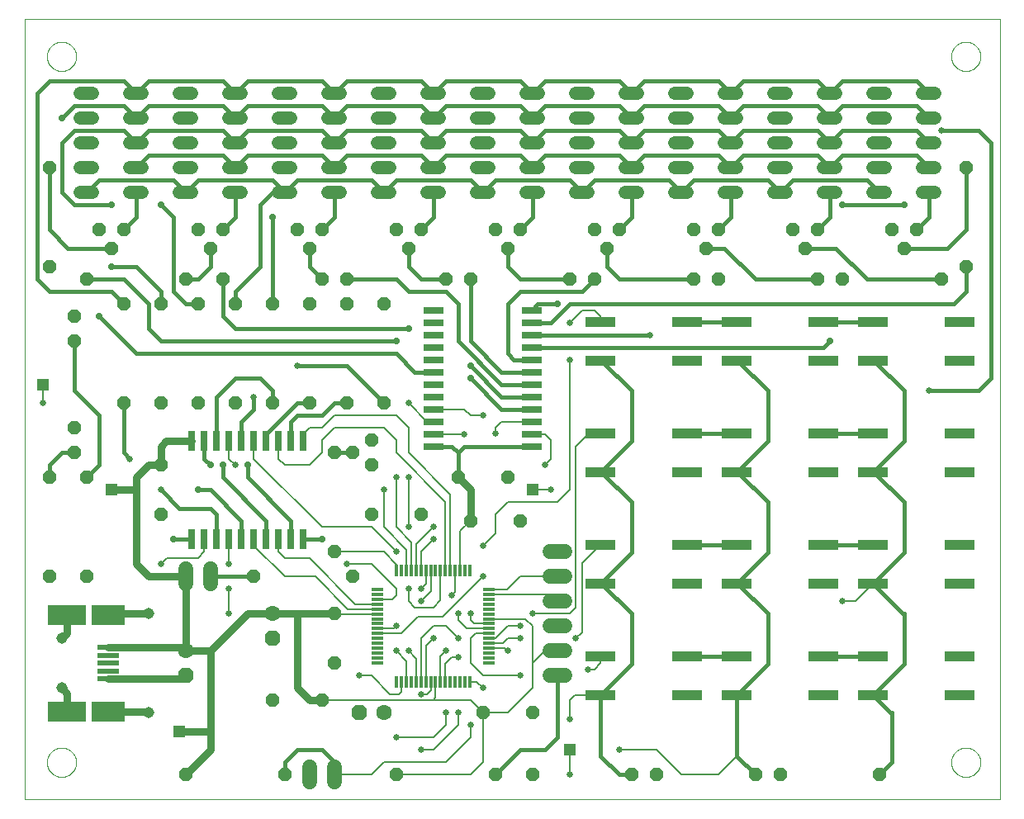
<source format=gtl>
G75*
%MOIN*%
%OFA0B0*%
%FSLAX25Y25*%
%IPPOS*%
%LPD*%
%AMOC8*
5,1,8,0,0,1.08239X$1,22.5*
%
%ADD10C,0.00000*%
%ADD11R,0.12205X0.03937*%
%ADD12R,0.04724X0.01181*%
%ADD13R,0.01181X0.04724*%
%ADD14R,0.15748X0.08071*%
%ADD15R,0.13780X0.08071*%
%ADD16R,0.08858X0.01969*%
%ADD17OC8,0.05200*%
%ADD18OC8,0.06300*%
%ADD19C,0.06300*%
%ADD20R,0.08000X0.02600*%
%ADD21C,0.05200*%
%ADD22R,0.02600X0.08000*%
%ADD23C,0.06000*%
%ADD24R,0.04724X0.04724*%
%ADD25C,0.02800*%
%ADD26C,0.02578*%
%ADD27C,0.04500*%
%ADD28C,0.03000*%
%ADD29C,0.01600*%
%ADD30C,0.00800*%
%ADD31C,0.00600*%
D10*
X0005778Y0001300D02*
X0005778Y0316261D01*
X0399478Y0316261D01*
X0399478Y0001300D01*
X0005778Y0001300D01*
X0014873Y0016300D02*
X0014875Y0016453D01*
X0014881Y0016606D01*
X0014891Y0016759D01*
X0014905Y0016912D01*
X0014923Y0017064D01*
X0014945Y0017216D01*
X0014970Y0017367D01*
X0015000Y0017518D01*
X0015033Y0017667D01*
X0015071Y0017816D01*
X0015112Y0017964D01*
X0015157Y0018110D01*
X0015206Y0018255D01*
X0015259Y0018399D01*
X0015315Y0018542D01*
X0015375Y0018683D01*
X0015439Y0018823D01*
X0015506Y0018960D01*
X0015577Y0019096D01*
X0015651Y0019230D01*
X0015729Y0019362D01*
X0015810Y0019492D01*
X0015895Y0019620D01*
X0015983Y0019746D01*
X0016074Y0019869D01*
X0016168Y0019990D01*
X0016265Y0020109D01*
X0016366Y0020225D01*
X0016469Y0020338D01*
X0016576Y0020448D01*
X0016685Y0020556D01*
X0016796Y0020661D01*
X0016911Y0020763D01*
X0017028Y0020862D01*
X0017148Y0020957D01*
X0017270Y0021050D01*
X0017395Y0021140D01*
X0017521Y0021226D01*
X0017650Y0021309D01*
X0017781Y0021388D01*
X0017914Y0021464D01*
X0018049Y0021537D01*
X0018186Y0021606D01*
X0018325Y0021671D01*
X0018465Y0021733D01*
X0018607Y0021791D01*
X0018750Y0021846D01*
X0018895Y0021897D01*
X0019041Y0021944D01*
X0019188Y0021987D01*
X0019336Y0022026D01*
X0019485Y0022062D01*
X0019635Y0022093D01*
X0019786Y0022121D01*
X0019938Y0022145D01*
X0020090Y0022165D01*
X0020242Y0022181D01*
X0020395Y0022193D01*
X0020548Y0022201D01*
X0020701Y0022205D01*
X0020855Y0022205D01*
X0021008Y0022201D01*
X0021161Y0022193D01*
X0021314Y0022181D01*
X0021466Y0022165D01*
X0021618Y0022145D01*
X0021770Y0022121D01*
X0021921Y0022093D01*
X0022071Y0022062D01*
X0022220Y0022026D01*
X0022368Y0021987D01*
X0022515Y0021944D01*
X0022661Y0021897D01*
X0022806Y0021846D01*
X0022949Y0021791D01*
X0023091Y0021733D01*
X0023231Y0021671D01*
X0023370Y0021606D01*
X0023507Y0021537D01*
X0023642Y0021464D01*
X0023775Y0021388D01*
X0023906Y0021309D01*
X0024035Y0021226D01*
X0024161Y0021140D01*
X0024286Y0021050D01*
X0024408Y0020957D01*
X0024528Y0020862D01*
X0024645Y0020763D01*
X0024760Y0020661D01*
X0024871Y0020556D01*
X0024980Y0020448D01*
X0025087Y0020338D01*
X0025190Y0020225D01*
X0025291Y0020109D01*
X0025388Y0019990D01*
X0025482Y0019869D01*
X0025573Y0019746D01*
X0025661Y0019620D01*
X0025746Y0019492D01*
X0025827Y0019362D01*
X0025905Y0019230D01*
X0025979Y0019096D01*
X0026050Y0018960D01*
X0026117Y0018823D01*
X0026181Y0018683D01*
X0026241Y0018542D01*
X0026297Y0018399D01*
X0026350Y0018255D01*
X0026399Y0018110D01*
X0026444Y0017964D01*
X0026485Y0017816D01*
X0026523Y0017667D01*
X0026556Y0017518D01*
X0026586Y0017367D01*
X0026611Y0017216D01*
X0026633Y0017064D01*
X0026651Y0016912D01*
X0026665Y0016759D01*
X0026675Y0016606D01*
X0026681Y0016453D01*
X0026683Y0016300D01*
X0026681Y0016147D01*
X0026675Y0015994D01*
X0026665Y0015841D01*
X0026651Y0015688D01*
X0026633Y0015536D01*
X0026611Y0015384D01*
X0026586Y0015233D01*
X0026556Y0015082D01*
X0026523Y0014933D01*
X0026485Y0014784D01*
X0026444Y0014636D01*
X0026399Y0014490D01*
X0026350Y0014345D01*
X0026297Y0014201D01*
X0026241Y0014058D01*
X0026181Y0013917D01*
X0026117Y0013777D01*
X0026050Y0013640D01*
X0025979Y0013504D01*
X0025905Y0013370D01*
X0025827Y0013238D01*
X0025746Y0013108D01*
X0025661Y0012980D01*
X0025573Y0012854D01*
X0025482Y0012731D01*
X0025388Y0012610D01*
X0025291Y0012491D01*
X0025190Y0012375D01*
X0025087Y0012262D01*
X0024980Y0012152D01*
X0024871Y0012044D01*
X0024760Y0011939D01*
X0024645Y0011837D01*
X0024528Y0011738D01*
X0024408Y0011643D01*
X0024286Y0011550D01*
X0024161Y0011460D01*
X0024035Y0011374D01*
X0023906Y0011291D01*
X0023775Y0011212D01*
X0023642Y0011136D01*
X0023507Y0011063D01*
X0023370Y0010994D01*
X0023231Y0010929D01*
X0023091Y0010867D01*
X0022949Y0010809D01*
X0022806Y0010754D01*
X0022661Y0010703D01*
X0022515Y0010656D01*
X0022368Y0010613D01*
X0022220Y0010574D01*
X0022071Y0010538D01*
X0021921Y0010507D01*
X0021770Y0010479D01*
X0021618Y0010455D01*
X0021466Y0010435D01*
X0021314Y0010419D01*
X0021161Y0010407D01*
X0021008Y0010399D01*
X0020855Y0010395D01*
X0020701Y0010395D01*
X0020548Y0010399D01*
X0020395Y0010407D01*
X0020242Y0010419D01*
X0020090Y0010435D01*
X0019938Y0010455D01*
X0019786Y0010479D01*
X0019635Y0010507D01*
X0019485Y0010538D01*
X0019336Y0010574D01*
X0019188Y0010613D01*
X0019041Y0010656D01*
X0018895Y0010703D01*
X0018750Y0010754D01*
X0018607Y0010809D01*
X0018465Y0010867D01*
X0018325Y0010929D01*
X0018186Y0010994D01*
X0018049Y0011063D01*
X0017914Y0011136D01*
X0017781Y0011212D01*
X0017650Y0011291D01*
X0017521Y0011374D01*
X0017395Y0011460D01*
X0017270Y0011550D01*
X0017148Y0011643D01*
X0017028Y0011738D01*
X0016911Y0011837D01*
X0016796Y0011939D01*
X0016685Y0012044D01*
X0016576Y0012152D01*
X0016469Y0012262D01*
X0016366Y0012375D01*
X0016265Y0012491D01*
X0016168Y0012610D01*
X0016074Y0012731D01*
X0015983Y0012854D01*
X0015895Y0012980D01*
X0015810Y0013108D01*
X0015729Y0013238D01*
X0015651Y0013370D01*
X0015577Y0013504D01*
X0015506Y0013640D01*
X0015439Y0013777D01*
X0015375Y0013917D01*
X0015315Y0014058D01*
X0015259Y0014201D01*
X0015206Y0014345D01*
X0015157Y0014490D01*
X0015112Y0014636D01*
X0015071Y0014784D01*
X0015033Y0014933D01*
X0015000Y0015082D01*
X0014970Y0015233D01*
X0014945Y0015384D01*
X0014923Y0015536D01*
X0014905Y0015688D01*
X0014891Y0015841D01*
X0014881Y0015994D01*
X0014875Y0016147D01*
X0014873Y0016300D01*
X0014873Y0301300D02*
X0014875Y0301453D01*
X0014881Y0301606D01*
X0014891Y0301759D01*
X0014905Y0301912D01*
X0014923Y0302064D01*
X0014945Y0302216D01*
X0014970Y0302367D01*
X0015000Y0302518D01*
X0015033Y0302667D01*
X0015071Y0302816D01*
X0015112Y0302964D01*
X0015157Y0303110D01*
X0015206Y0303255D01*
X0015259Y0303399D01*
X0015315Y0303542D01*
X0015375Y0303683D01*
X0015439Y0303823D01*
X0015506Y0303960D01*
X0015577Y0304096D01*
X0015651Y0304230D01*
X0015729Y0304362D01*
X0015810Y0304492D01*
X0015895Y0304620D01*
X0015983Y0304746D01*
X0016074Y0304869D01*
X0016168Y0304990D01*
X0016265Y0305109D01*
X0016366Y0305225D01*
X0016469Y0305338D01*
X0016576Y0305448D01*
X0016685Y0305556D01*
X0016796Y0305661D01*
X0016911Y0305763D01*
X0017028Y0305862D01*
X0017148Y0305957D01*
X0017270Y0306050D01*
X0017395Y0306140D01*
X0017521Y0306226D01*
X0017650Y0306309D01*
X0017781Y0306388D01*
X0017914Y0306464D01*
X0018049Y0306537D01*
X0018186Y0306606D01*
X0018325Y0306671D01*
X0018465Y0306733D01*
X0018607Y0306791D01*
X0018750Y0306846D01*
X0018895Y0306897D01*
X0019041Y0306944D01*
X0019188Y0306987D01*
X0019336Y0307026D01*
X0019485Y0307062D01*
X0019635Y0307093D01*
X0019786Y0307121D01*
X0019938Y0307145D01*
X0020090Y0307165D01*
X0020242Y0307181D01*
X0020395Y0307193D01*
X0020548Y0307201D01*
X0020701Y0307205D01*
X0020855Y0307205D01*
X0021008Y0307201D01*
X0021161Y0307193D01*
X0021314Y0307181D01*
X0021466Y0307165D01*
X0021618Y0307145D01*
X0021770Y0307121D01*
X0021921Y0307093D01*
X0022071Y0307062D01*
X0022220Y0307026D01*
X0022368Y0306987D01*
X0022515Y0306944D01*
X0022661Y0306897D01*
X0022806Y0306846D01*
X0022949Y0306791D01*
X0023091Y0306733D01*
X0023231Y0306671D01*
X0023370Y0306606D01*
X0023507Y0306537D01*
X0023642Y0306464D01*
X0023775Y0306388D01*
X0023906Y0306309D01*
X0024035Y0306226D01*
X0024161Y0306140D01*
X0024286Y0306050D01*
X0024408Y0305957D01*
X0024528Y0305862D01*
X0024645Y0305763D01*
X0024760Y0305661D01*
X0024871Y0305556D01*
X0024980Y0305448D01*
X0025087Y0305338D01*
X0025190Y0305225D01*
X0025291Y0305109D01*
X0025388Y0304990D01*
X0025482Y0304869D01*
X0025573Y0304746D01*
X0025661Y0304620D01*
X0025746Y0304492D01*
X0025827Y0304362D01*
X0025905Y0304230D01*
X0025979Y0304096D01*
X0026050Y0303960D01*
X0026117Y0303823D01*
X0026181Y0303683D01*
X0026241Y0303542D01*
X0026297Y0303399D01*
X0026350Y0303255D01*
X0026399Y0303110D01*
X0026444Y0302964D01*
X0026485Y0302816D01*
X0026523Y0302667D01*
X0026556Y0302518D01*
X0026586Y0302367D01*
X0026611Y0302216D01*
X0026633Y0302064D01*
X0026651Y0301912D01*
X0026665Y0301759D01*
X0026675Y0301606D01*
X0026681Y0301453D01*
X0026683Y0301300D01*
X0026681Y0301147D01*
X0026675Y0300994D01*
X0026665Y0300841D01*
X0026651Y0300688D01*
X0026633Y0300536D01*
X0026611Y0300384D01*
X0026586Y0300233D01*
X0026556Y0300082D01*
X0026523Y0299933D01*
X0026485Y0299784D01*
X0026444Y0299636D01*
X0026399Y0299490D01*
X0026350Y0299345D01*
X0026297Y0299201D01*
X0026241Y0299058D01*
X0026181Y0298917D01*
X0026117Y0298777D01*
X0026050Y0298640D01*
X0025979Y0298504D01*
X0025905Y0298370D01*
X0025827Y0298238D01*
X0025746Y0298108D01*
X0025661Y0297980D01*
X0025573Y0297854D01*
X0025482Y0297731D01*
X0025388Y0297610D01*
X0025291Y0297491D01*
X0025190Y0297375D01*
X0025087Y0297262D01*
X0024980Y0297152D01*
X0024871Y0297044D01*
X0024760Y0296939D01*
X0024645Y0296837D01*
X0024528Y0296738D01*
X0024408Y0296643D01*
X0024286Y0296550D01*
X0024161Y0296460D01*
X0024035Y0296374D01*
X0023906Y0296291D01*
X0023775Y0296212D01*
X0023642Y0296136D01*
X0023507Y0296063D01*
X0023370Y0295994D01*
X0023231Y0295929D01*
X0023091Y0295867D01*
X0022949Y0295809D01*
X0022806Y0295754D01*
X0022661Y0295703D01*
X0022515Y0295656D01*
X0022368Y0295613D01*
X0022220Y0295574D01*
X0022071Y0295538D01*
X0021921Y0295507D01*
X0021770Y0295479D01*
X0021618Y0295455D01*
X0021466Y0295435D01*
X0021314Y0295419D01*
X0021161Y0295407D01*
X0021008Y0295399D01*
X0020855Y0295395D01*
X0020701Y0295395D01*
X0020548Y0295399D01*
X0020395Y0295407D01*
X0020242Y0295419D01*
X0020090Y0295435D01*
X0019938Y0295455D01*
X0019786Y0295479D01*
X0019635Y0295507D01*
X0019485Y0295538D01*
X0019336Y0295574D01*
X0019188Y0295613D01*
X0019041Y0295656D01*
X0018895Y0295703D01*
X0018750Y0295754D01*
X0018607Y0295809D01*
X0018465Y0295867D01*
X0018325Y0295929D01*
X0018186Y0295994D01*
X0018049Y0296063D01*
X0017914Y0296136D01*
X0017781Y0296212D01*
X0017650Y0296291D01*
X0017521Y0296374D01*
X0017395Y0296460D01*
X0017270Y0296550D01*
X0017148Y0296643D01*
X0017028Y0296738D01*
X0016911Y0296837D01*
X0016796Y0296939D01*
X0016685Y0297044D01*
X0016576Y0297152D01*
X0016469Y0297262D01*
X0016366Y0297375D01*
X0016265Y0297491D01*
X0016168Y0297610D01*
X0016074Y0297731D01*
X0015983Y0297854D01*
X0015895Y0297980D01*
X0015810Y0298108D01*
X0015729Y0298238D01*
X0015651Y0298370D01*
X0015577Y0298504D01*
X0015506Y0298640D01*
X0015439Y0298777D01*
X0015375Y0298917D01*
X0015315Y0299058D01*
X0015259Y0299201D01*
X0015206Y0299345D01*
X0015157Y0299490D01*
X0015112Y0299636D01*
X0015071Y0299784D01*
X0015033Y0299933D01*
X0015000Y0300082D01*
X0014970Y0300233D01*
X0014945Y0300384D01*
X0014923Y0300536D01*
X0014905Y0300688D01*
X0014891Y0300841D01*
X0014881Y0300994D01*
X0014875Y0301147D01*
X0014873Y0301300D01*
X0379873Y0301300D02*
X0379875Y0301453D01*
X0379881Y0301606D01*
X0379891Y0301759D01*
X0379905Y0301912D01*
X0379923Y0302064D01*
X0379945Y0302216D01*
X0379970Y0302367D01*
X0380000Y0302518D01*
X0380033Y0302667D01*
X0380071Y0302816D01*
X0380112Y0302964D01*
X0380157Y0303110D01*
X0380206Y0303255D01*
X0380259Y0303399D01*
X0380315Y0303542D01*
X0380375Y0303683D01*
X0380439Y0303823D01*
X0380506Y0303960D01*
X0380577Y0304096D01*
X0380651Y0304230D01*
X0380729Y0304362D01*
X0380810Y0304492D01*
X0380895Y0304620D01*
X0380983Y0304746D01*
X0381074Y0304869D01*
X0381168Y0304990D01*
X0381265Y0305109D01*
X0381366Y0305225D01*
X0381469Y0305338D01*
X0381576Y0305448D01*
X0381685Y0305556D01*
X0381796Y0305661D01*
X0381911Y0305763D01*
X0382028Y0305862D01*
X0382148Y0305957D01*
X0382270Y0306050D01*
X0382395Y0306140D01*
X0382521Y0306226D01*
X0382650Y0306309D01*
X0382781Y0306388D01*
X0382914Y0306464D01*
X0383049Y0306537D01*
X0383186Y0306606D01*
X0383325Y0306671D01*
X0383465Y0306733D01*
X0383607Y0306791D01*
X0383750Y0306846D01*
X0383895Y0306897D01*
X0384041Y0306944D01*
X0384188Y0306987D01*
X0384336Y0307026D01*
X0384485Y0307062D01*
X0384635Y0307093D01*
X0384786Y0307121D01*
X0384938Y0307145D01*
X0385090Y0307165D01*
X0385242Y0307181D01*
X0385395Y0307193D01*
X0385548Y0307201D01*
X0385701Y0307205D01*
X0385855Y0307205D01*
X0386008Y0307201D01*
X0386161Y0307193D01*
X0386314Y0307181D01*
X0386466Y0307165D01*
X0386618Y0307145D01*
X0386770Y0307121D01*
X0386921Y0307093D01*
X0387071Y0307062D01*
X0387220Y0307026D01*
X0387368Y0306987D01*
X0387515Y0306944D01*
X0387661Y0306897D01*
X0387806Y0306846D01*
X0387949Y0306791D01*
X0388091Y0306733D01*
X0388231Y0306671D01*
X0388370Y0306606D01*
X0388507Y0306537D01*
X0388642Y0306464D01*
X0388775Y0306388D01*
X0388906Y0306309D01*
X0389035Y0306226D01*
X0389161Y0306140D01*
X0389286Y0306050D01*
X0389408Y0305957D01*
X0389528Y0305862D01*
X0389645Y0305763D01*
X0389760Y0305661D01*
X0389871Y0305556D01*
X0389980Y0305448D01*
X0390087Y0305338D01*
X0390190Y0305225D01*
X0390291Y0305109D01*
X0390388Y0304990D01*
X0390482Y0304869D01*
X0390573Y0304746D01*
X0390661Y0304620D01*
X0390746Y0304492D01*
X0390827Y0304362D01*
X0390905Y0304230D01*
X0390979Y0304096D01*
X0391050Y0303960D01*
X0391117Y0303823D01*
X0391181Y0303683D01*
X0391241Y0303542D01*
X0391297Y0303399D01*
X0391350Y0303255D01*
X0391399Y0303110D01*
X0391444Y0302964D01*
X0391485Y0302816D01*
X0391523Y0302667D01*
X0391556Y0302518D01*
X0391586Y0302367D01*
X0391611Y0302216D01*
X0391633Y0302064D01*
X0391651Y0301912D01*
X0391665Y0301759D01*
X0391675Y0301606D01*
X0391681Y0301453D01*
X0391683Y0301300D01*
X0391681Y0301147D01*
X0391675Y0300994D01*
X0391665Y0300841D01*
X0391651Y0300688D01*
X0391633Y0300536D01*
X0391611Y0300384D01*
X0391586Y0300233D01*
X0391556Y0300082D01*
X0391523Y0299933D01*
X0391485Y0299784D01*
X0391444Y0299636D01*
X0391399Y0299490D01*
X0391350Y0299345D01*
X0391297Y0299201D01*
X0391241Y0299058D01*
X0391181Y0298917D01*
X0391117Y0298777D01*
X0391050Y0298640D01*
X0390979Y0298504D01*
X0390905Y0298370D01*
X0390827Y0298238D01*
X0390746Y0298108D01*
X0390661Y0297980D01*
X0390573Y0297854D01*
X0390482Y0297731D01*
X0390388Y0297610D01*
X0390291Y0297491D01*
X0390190Y0297375D01*
X0390087Y0297262D01*
X0389980Y0297152D01*
X0389871Y0297044D01*
X0389760Y0296939D01*
X0389645Y0296837D01*
X0389528Y0296738D01*
X0389408Y0296643D01*
X0389286Y0296550D01*
X0389161Y0296460D01*
X0389035Y0296374D01*
X0388906Y0296291D01*
X0388775Y0296212D01*
X0388642Y0296136D01*
X0388507Y0296063D01*
X0388370Y0295994D01*
X0388231Y0295929D01*
X0388091Y0295867D01*
X0387949Y0295809D01*
X0387806Y0295754D01*
X0387661Y0295703D01*
X0387515Y0295656D01*
X0387368Y0295613D01*
X0387220Y0295574D01*
X0387071Y0295538D01*
X0386921Y0295507D01*
X0386770Y0295479D01*
X0386618Y0295455D01*
X0386466Y0295435D01*
X0386314Y0295419D01*
X0386161Y0295407D01*
X0386008Y0295399D01*
X0385855Y0295395D01*
X0385701Y0295395D01*
X0385548Y0295399D01*
X0385395Y0295407D01*
X0385242Y0295419D01*
X0385090Y0295435D01*
X0384938Y0295455D01*
X0384786Y0295479D01*
X0384635Y0295507D01*
X0384485Y0295538D01*
X0384336Y0295574D01*
X0384188Y0295613D01*
X0384041Y0295656D01*
X0383895Y0295703D01*
X0383750Y0295754D01*
X0383607Y0295809D01*
X0383465Y0295867D01*
X0383325Y0295929D01*
X0383186Y0295994D01*
X0383049Y0296063D01*
X0382914Y0296136D01*
X0382781Y0296212D01*
X0382650Y0296291D01*
X0382521Y0296374D01*
X0382395Y0296460D01*
X0382270Y0296550D01*
X0382148Y0296643D01*
X0382028Y0296738D01*
X0381911Y0296837D01*
X0381796Y0296939D01*
X0381685Y0297044D01*
X0381576Y0297152D01*
X0381469Y0297262D01*
X0381366Y0297375D01*
X0381265Y0297491D01*
X0381168Y0297610D01*
X0381074Y0297731D01*
X0380983Y0297854D01*
X0380895Y0297980D01*
X0380810Y0298108D01*
X0380729Y0298238D01*
X0380651Y0298370D01*
X0380577Y0298504D01*
X0380506Y0298640D01*
X0380439Y0298777D01*
X0380375Y0298917D01*
X0380315Y0299058D01*
X0380259Y0299201D01*
X0380206Y0299345D01*
X0380157Y0299490D01*
X0380112Y0299636D01*
X0380071Y0299784D01*
X0380033Y0299933D01*
X0380000Y0300082D01*
X0379970Y0300233D01*
X0379945Y0300384D01*
X0379923Y0300536D01*
X0379905Y0300688D01*
X0379891Y0300841D01*
X0379881Y0300994D01*
X0379875Y0301147D01*
X0379873Y0301300D01*
X0379873Y0016300D02*
X0379875Y0016453D01*
X0379881Y0016606D01*
X0379891Y0016759D01*
X0379905Y0016912D01*
X0379923Y0017064D01*
X0379945Y0017216D01*
X0379970Y0017367D01*
X0380000Y0017518D01*
X0380033Y0017667D01*
X0380071Y0017816D01*
X0380112Y0017964D01*
X0380157Y0018110D01*
X0380206Y0018255D01*
X0380259Y0018399D01*
X0380315Y0018542D01*
X0380375Y0018683D01*
X0380439Y0018823D01*
X0380506Y0018960D01*
X0380577Y0019096D01*
X0380651Y0019230D01*
X0380729Y0019362D01*
X0380810Y0019492D01*
X0380895Y0019620D01*
X0380983Y0019746D01*
X0381074Y0019869D01*
X0381168Y0019990D01*
X0381265Y0020109D01*
X0381366Y0020225D01*
X0381469Y0020338D01*
X0381576Y0020448D01*
X0381685Y0020556D01*
X0381796Y0020661D01*
X0381911Y0020763D01*
X0382028Y0020862D01*
X0382148Y0020957D01*
X0382270Y0021050D01*
X0382395Y0021140D01*
X0382521Y0021226D01*
X0382650Y0021309D01*
X0382781Y0021388D01*
X0382914Y0021464D01*
X0383049Y0021537D01*
X0383186Y0021606D01*
X0383325Y0021671D01*
X0383465Y0021733D01*
X0383607Y0021791D01*
X0383750Y0021846D01*
X0383895Y0021897D01*
X0384041Y0021944D01*
X0384188Y0021987D01*
X0384336Y0022026D01*
X0384485Y0022062D01*
X0384635Y0022093D01*
X0384786Y0022121D01*
X0384938Y0022145D01*
X0385090Y0022165D01*
X0385242Y0022181D01*
X0385395Y0022193D01*
X0385548Y0022201D01*
X0385701Y0022205D01*
X0385855Y0022205D01*
X0386008Y0022201D01*
X0386161Y0022193D01*
X0386314Y0022181D01*
X0386466Y0022165D01*
X0386618Y0022145D01*
X0386770Y0022121D01*
X0386921Y0022093D01*
X0387071Y0022062D01*
X0387220Y0022026D01*
X0387368Y0021987D01*
X0387515Y0021944D01*
X0387661Y0021897D01*
X0387806Y0021846D01*
X0387949Y0021791D01*
X0388091Y0021733D01*
X0388231Y0021671D01*
X0388370Y0021606D01*
X0388507Y0021537D01*
X0388642Y0021464D01*
X0388775Y0021388D01*
X0388906Y0021309D01*
X0389035Y0021226D01*
X0389161Y0021140D01*
X0389286Y0021050D01*
X0389408Y0020957D01*
X0389528Y0020862D01*
X0389645Y0020763D01*
X0389760Y0020661D01*
X0389871Y0020556D01*
X0389980Y0020448D01*
X0390087Y0020338D01*
X0390190Y0020225D01*
X0390291Y0020109D01*
X0390388Y0019990D01*
X0390482Y0019869D01*
X0390573Y0019746D01*
X0390661Y0019620D01*
X0390746Y0019492D01*
X0390827Y0019362D01*
X0390905Y0019230D01*
X0390979Y0019096D01*
X0391050Y0018960D01*
X0391117Y0018823D01*
X0391181Y0018683D01*
X0391241Y0018542D01*
X0391297Y0018399D01*
X0391350Y0018255D01*
X0391399Y0018110D01*
X0391444Y0017964D01*
X0391485Y0017816D01*
X0391523Y0017667D01*
X0391556Y0017518D01*
X0391586Y0017367D01*
X0391611Y0017216D01*
X0391633Y0017064D01*
X0391651Y0016912D01*
X0391665Y0016759D01*
X0391675Y0016606D01*
X0391681Y0016453D01*
X0391683Y0016300D01*
X0391681Y0016147D01*
X0391675Y0015994D01*
X0391665Y0015841D01*
X0391651Y0015688D01*
X0391633Y0015536D01*
X0391611Y0015384D01*
X0391586Y0015233D01*
X0391556Y0015082D01*
X0391523Y0014933D01*
X0391485Y0014784D01*
X0391444Y0014636D01*
X0391399Y0014490D01*
X0391350Y0014345D01*
X0391297Y0014201D01*
X0391241Y0014058D01*
X0391181Y0013917D01*
X0391117Y0013777D01*
X0391050Y0013640D01*
X0390979Y0013504D01*
X0390905Y0013370D01*
X0390827Y0013238D01*
X0390746Y0013108D01*
X0390661Y0012980D01*
X0390573Y0012854D01*
X0390482Y0012731D01*
X0390388Y0012610D01*
X0390291Y0012491D01*
X0390190Y0012375D01*
X0390087Y0012262D01*
X0389980Y0012152D01*
X0389871Y0012044D01*
X0389760Y0011939D01*
X0389645Y0011837D01*
X0389528Y0011738D01*
X0389408Y0011643D01*
X0389286Y0011550D01*
X0389161Y0011460D01*
X0389035Y0011374D01*
X0388906Y0011291D01*
X0388775Y0011212D01*
X0388642Y0011136D01*
X0388507Y0011063D01*
X0388370Y0010994D01*
X0388231Y0010929D01*
X0388091Y0010867D01*
X0387949Y0010809D01*
X0387806Y0010754D01*
X0387661Y0010703D01*
X0387515Y0010656D01*
X0387368Y0010613D01*
X0387220Y0010574D01*
X0387071Y0010538D01*
X0386921Y0010507D01*
X0386770Y0010479D01*
X0386618Y0010455D01*
X0386466Y0010435D01*
X0386314Y0010419D01*
X0386161Y0010407D01*
X0386008Y0010399D01*
X0385855Y0010395D01*
X0385701Y0010395D01*
X0385548Y0010399D01*
X0385395Y0010407D01*
X0385242Y0010419D01*
X0385090Y0010435D01*
X0384938Y0010455D01*
X0384786Y0010479D01*
X0384635Y0010507D01*
X0384485Y0010538D01*
X0384336Y0010574D01*
X0384188Y0010613D01*
X0384041Y0010656D01*
X0383895Y0010703D01*
X0383750Y0010754D01*
X0383607Y0010809D01*
X0383465Y0010867D01*
X0383325Y0010929D01*
X0383186Y0010994D01*
X0383049Y0011063D01*
X0382914Y0011136D01*
X0382781Y0011212D01*
X0382650Y0011291D01*
X0382521Y0011374D01*
X0382395Y0011460D01*
X0382270Y0011550D01*
X0382148Y0011643D01*
X0382028Y0011738D01*
X0381911Y0011837D01*
X0381796Y0011939D01*
X0381685Y0012044D01*
X0381576Y0012152D01*
X0381469Y0012262D01*
X0381366Y0012375D01*
X0381265Y0012491D01*
X0381168Y0012610D01*
X0381074Y0012731D01*
X0380983Y0012854D01*
X0380895Y0012980D01*
X0380810Y0013108D01*
X0380729Y0013238D01*
X0380651Y0013370D01*
X0380577Y0013504D01*
X0380506Y0013640D01*
X0380439Y0013777D01*
X0380375Y0013917D01*
X0380315Y0014058D01*
X0380259Y0014201D01*
X0380206Y0014345D01*
X0380157Y0014490D01*
X0380112Y0014636D01*
X0380071Y0014784D01*
X0380033Y0014933D01*
X0380000Y0015082D01*
X0379970Y0015233D01*
X0379945Y0015384D01*
X0379923Y0015536D01*
X0379905Y0015688D01*
X0379891Y0015841D01*
X0379881Y0015994D01*
X0379875Y0016147D01*
X0379873Y0016300D01*
D11*
X0383297Y0043426D03*
X0383297Y0059174D03*
X0383297Y0088426D03*
X0383297Y0104174D03*
X0348258Y0104174D03*
X0348258Y0088426D03*
X0328297Y0088426D03*
X0328297Y0104174D03*
X0293258Y0104174D03*
X0293258Y0088426D03*
X0273297Y0088426D03*
X0273297Y0104174D03*
X0238258Y0104174D03*
X0238258Y0088426D03*
X0238258Y0059174D03*
X0238258Y0043426D03*
X0273297Y0043426D03*
X0273297Y0059174D03*
X0293258Y0059174D03*
X0293258Y0043426D03*
X0328297Y0043426D03*
X0328297Y0059174D03*
X0348258Y0059174D03*
X0348258Y0043426D03*
X0348258Y0133426D03*
X0348258Y0149174D03*
X0328297Y0149174D03*
X0328297Y0133426D03*
X0293258Y0133426D03*
X0293258Y0149174D03*
X0273297Y0149174D03*
X0273297Y0133426D03*
X0238258Y0133426D03*
X0238258Y0149174D03*
X0238258Y0178426D03*
X0238258Y0194174D03*
X0273297Y0194174D03*
X0273297Y0178426D03*
X0293258Y0178426D03*
X0293258Y0194174D03*
X0328297Y0194174D03*
X0328297Y0178426D03*
X0348258Y0178426D03*
X0348258Y0194174D03*
X0383297Y0194174D03*
X0383297Y0178426D03*
X0383297Y0149174D03*
X0383297Y0133426D03*
D12*
X0193219Y0086064D03*
X0193219Y0084095D03*
X0193219Y0082127D03*
X0193219Y0080158D03*
X0193219Y0078190D03*
X0193219Y0076221D03*
X0193219Y0074253D03*
X0193219Y0072284D03*
X0193219Y0070316D03*
X0193219Y0068347D03*
X0193219Y0066379D03*
X0193219Y0064410D03*
X0193219Y0062442D03*
X0193219Y0060473D03*
X0193219Y0058505D03*
X0193219Y0056536D03*
X0148337Y0056536D03*
X0148337Y0058505D03*
X0148337Y0060473D03*
X0148337Y0062442D03*
X0148337Y0064410D03*
X0148337Y0066379D03*
X0148337Y0068347D03*
X0148337Y0070316D03*
X0148337Y0072284D03*
X0148337Y0074253D03*
X0148337Y0076221D03*
X0148337Y0078190D03*
X0148337Y0080158D03*
X0148337Y0082127D03*
X0148337Y0084095D03*
X0148337Y0086064D03*
D13*
X0156014Y0093741D03*
X0157982Y0093741D03*
X0159951Y0093741D03*
X0161919Y0093741D03*
X0163888Y0093741D03*
X0165856Y0093741D03*
X0167825Y0093741D03*
X0169793Y0093741D03*
X0171762Y0093741D03*
X0173730Y0093741D03*
X0175699Y0093741D03*
X0177667Y0093741D03*
X0179636Y0093741D03*
X0181604Y0093741D03*
X0183573Y0093741D03*
X0185541Y0093741D03*
X0185541Y0048859D03*
X0183573Y0048859D03*
X0181604Y0048859D03*
X0179636Y0048859D03*
X0177667Y0048859D03*
X0175699Y0048859D03*
X0173730Y0048859D03*
X0171762Y0048859D03*
X0169793Y0048859D03*
X0167825Y0048859D03*
X0165856Y0048859D03*
X0163888Y0048859D03*
X0161919Y0048859D03*
X0159951Y0048859D03*
X0157982Y0048859D03*
X0156014Y0048859D03*
D14*
X0022904Y0036910D03*
X0022904Y0075690D03*
D15*
X0039636Y0075690D03*
X0039636Y0036910D03*
D16*
X0039537Y0050001D03*
X0039537Y0053150D03*
X0039537Y0056300D03*
X0039537Y0059450D03*
X0039537Y0062599D03*
D17*
X0030778Y0091300D03*
X0015778Y0091300D03*
X0060778Y0116300D03*
X0060778Y0136300D03*
X0060778Y0161300D03*
X0075778Y0161300D03*
X0090778Y0161300D03*
X0105778Y0161300D03*
X0120778Y0161300D03*
X0135778Y0161300D03*
X0150778Y0161300D03*
X0145778Y0146300D03*
X0138278Y0141300D03*
X0130778Y0141300D03*
X0145778Y0136300D03*
X0145778Y0116300D03*
X0165778Y0116300D03*
X0185778Y0113800D03*
X0205778Y0113800D03*
X0200778Y0131300D03*
X0180778Y0131300D03*
X0130778Y0101300D03*
X0138278Y0091300D03*
X0130778Y0076300D03*
X0130778Y0056300D03*
X0125778Y0041300D03*
X0105778Y0041300D03*
X0110778Y0011300D03*
X0070778Y0011300D03*
X0155778Y0011300D03*
X0190778Y0036300D03*
X0210778Y0036300D03*
X0210778Y0011300D03*
X0195778Y0011300D03*
X0250778Y0011300D03*
X0260778Y0011300D03*
X0300778Y0011300D03*
X0310778Y0011300D03*
X0350778Y0011300D03*
X0150778Y0201300D03*
X0135778Y0201300D03*
X0135778Y0211300D03*
X0125778Y0211300D03*
X0120778Y0201300D03*
X0105778Y0201300D03*
X0090778Y0201300D03*
X0085778Y0211300D03*
X0075778Y0201300D03*
X0070778Y0211300D03*
X0060778Y0201300D03*
X0045778Y0201300D03*
X0030778Y0211300D03*
X0015778Y0216300D03*
X0035778Y0231300D03*
X0040778Y0223800D03*
X0045778Y0231300D03*
X0075778Y0231300D03*
X0080778Y0223800D03*
X0085778Y0231300D03*
X0115778Y0231300D03*
X0120778Y0223800D03*
X0125778Y0231300D03*
X0155778Y0231300D03*
X0160778Y0223800D03*
X0165778Y0231300D03*
X0175778Y0211300D03*
X0185778Y0211300D03*
X0200778Y0223800D03*
X0205778Y0231300D03*
X0195778Y0231300D03*
X0225778Y0211300D03*
X0235778Y0211300D03*
X0240778Y0223800D03*
X0245778Y0231300D03*
X0235778Y0231300D03*
X0275778Y0231300D03*
X0280778Y0223800D03*
X0285778Y0231300D03*
X0285778Y0211300D03*
X0275778Y0211300D03*
X0315778Y0231300D03*
X0320778Y0223800D03*
X0325778Y0231300D03*
X0325778Y0211300D03*
X0335778Y0211300D03*
X0360778Y0223800D03*
X0365778Y0231300D03*
X0355778Y0231300D03*
X0375778Y0211300D03*
X0385778Y0216300D03*
X0385778Y0256300D03*
X0098278Y0091300D03*
X0030778Y0131300D03*
X0025778Y0141300D03*
X0025778Y0151300D03*
X0045778Y0161300D03*
X0025778Y0186300D03*
X0025778Y0196300D03*
X0015778Y0256300D03*
X0015778Y0131300D03*
D18*
X0105778Y0066300D03*
X0070778Y0051300D03*
X0140778Y0036300D03*
D19*
X0150778Y0036300D03*
X0105778Y0076300D03*
X0070778Y0061300D03*
D20*
X0170978Y0143800D03*
X0170978Y0148800D03*
X0170978Y0153800D03*
X0170978Y0158800D03*
X0170978Y0163800D03*
X0170978Y0168800D03*
X0170978Y0173800D03*
X0170978Y0178800D03*
X0170978Y0183800D03*
X0170978Y0188800D03*
X0170978Y0193800D03*
X0170978Y0198800D03*
X0210578Y0198800D03*
X0210578Y0193800D03*
X0210578Y0188800D03*
X0210578Y0183800D03*
X0210578Y0178800D03*
X0210578Y0173800D03*
X0210578Y0168800D03*
X0210578Y0163800D03*
X0210578Y0158800D03*
X0210578Y0153800D03*
X0210578Y0148800D03*
X0210578Y0143800D03*
D21*
X0208178Y0246300D02*
X0213378Y0246300D01*
X0213378Y0256300D02*
X0208178Y0256300D01*
X0208178Y0266300D02*
X0213378Y0266300D01*
X0213378Y0276300D02*
X0208178Y0276300D01*
X0193378Y0276300D02*
X0188178Y0276300D01*
X0188178Y0266300D02*
X0193378Y0266300D01*
X0193378Y0256300D02*
X0188178Y0256300D01*
X0188178Y0246300D02*
X0193378Y0246300D01*
X0173378Y0246300D02*
X0168178Y0246300D01*
X0168178Y0256300D02*
X0173378Y0256300D01*
X0173378Y0266300D02*
X0168178Y0266300D01*
X0168178Y0276300D02*
X0173378Y0276300D01*
X0173378Y0286300D02*
X0168178Y0286300D01*
X0153378Y0286300D02*
X0148178Y0286300D01*
X0133378Y0286300D02*
X0128178Y0286300D01*
X0113378Y0286300D02*
X0108178Y0286300D01*
X0093378Y0286300D02*
X0088178Y0286300D01*
X0073378Y0286300D02*
X0068178Y0286300D01*
X0053378Y0286300D02*
X0048178Y0286300D01*
X0033378Y0286300D02*
X0028178Y0286300D01*
X0028178Y0276300D02*
X0033378Y0276300D01*
X0033378Y0266300D02*
X0028178Y0266300D01*
X0028178Y0256300D02*
X0033378Y0256300D01*
X0033378Y0246300D02*
X0028178Y0246300D01*
X0048178Y0246300D02*
X0053378Y0246300D01*
X0053378Y0256300D02*
X0048178Y0256300D01*
X0048178Y0266300D02*
X0053378Y0266300D01*
X0053378Y0276300D02*
X0048178Y0276300D01*
X0068178Y0276300D02*
X0073378Y0276300D01*
X0073378Y0266300D02*
X0068178Y0266300D01*
X0068178Y0256300D02*
X0073378Y0256300D01*
X0073378Y0246300D02*
X0068178Y0246300D01*
X0088178Y0246300D02*
X0093378Y0246300D01*
X0093378Y0256300D02*
X0088178Y0256300D01*
X0088178Y0266300D02*
X0093378Y0266300D01*
X0093378Y0276300D02*
X0088178Y0276300D01*
X0108178Y0276300D02*
X0113378Y0276300D01*
X0113378Y0266300D02*
X0108178Y0266300D01*
X0108178Y0256300D02*
X0113378Y0256300D01*
X0113378Y0246300D02*
X0108178Y0246300D01*
X0128178Y0246300D02*
X0133378Y0246300D01*
X0133378Y0256300D02*
X0128178Y0256300D01*
X0128178Y0266300D02*
X0133378Y0266300D01*
X0133378Y0276300D02*
X0128178Y0276300D01*
X0148178Y0276300D02*
X0153378Y0276300D01*
X0153378Y0266300D02*
X0148178Y0266300D01*
X0148178Y0256300D02*
X0153378Y0256300D01*
X0153378Y0246300D02*
X0148178Y0246300D01*
X0188178Y0286300D02*
X0193378Y0286300D01*
X0208178Y0286300D02*
X0213378Y0286300D01*
X0228178Y0286300D02*
X0233378Y0286300D01*
X0248178Y0286300D02*
X0253378Y0286300D01*
X0268178Y0286300D02*
X0273378Y0286300D01*
X0273378Y0276300D02*
X0268178Y0276300D01*
X0268178Y0266300D02*
X0273378Y0266300D01*
X0273378Y0256300D02*
X0268178Y0256300D01*
X0268178Y0246300D02*
X0273378Y0246300D01*
X0288178Y0246300D02*
X0293378Y0246300D01*
X0293378Y0256300D02*
X0288178Y0256300D01*
X0288178Y0266300D02*
X0293378Y0266300D01*
X0293378Y0276300D02*
X0288178Y0276300D01*
X0288178Y0286300D02*
X0293378Y0286300D01*
X0308178Y0286300D02*
X0313378Y0286300D01*
X0313378Y0276300D02*
X0308178Y0276300D01*
X0308178Y0266300D02*
X0313378Y0266300D01*
X0313378Y0256300D02*
X0308178Y0256300D01*
X0308178Y0246300D02*
X0313378Y0246300D01*
X0328178Y0246300D02*
X0333378Y0246300D01*
X0333378Y0256300D02*
X0328178Y0256300D01*
X0328178Y0266300D02*
X0333378Y0266300D01*
X0333378Y0276300D02*
X0328178Y0276300D01*
X0328178Y0286300D02*
X0333378Y0286300D01*
X0348178Y0286300D02*
X0353378Y0286300D01*
X0353378Y0276300D02*
X0348178Y0276300D01*
X0348178Y0266300D02*
X0353378Y0266300D01*
X0353378Y0256300D02*
X0348178Y0256300D01*
X0348178Y0246300D02*
X0353378Y0246300D01*
X0368178Y0246300D02*
X0373378Y0246300D01*
X0373378Y0256300D02*
X0368178Y0256300D01*
X0368178Y0266300D02*
X0373378Y0266300D01*
X0373378Y0276300D02*
X0368178Y0276300D01*
X0368178Y0286300D02*
X0373378Y0286300D01*
X0253378Y0276300D02*
X0248178Y0276300D01*
X0248178Y0266300D02*
X0253378Y0266300D01*
X0253378Y0256300D02*
X0248178Y0256300D01*
X0248178Y0246300D02*
X0253378Y0246300D01*
X0233378Y0246300D02*
X0228178Y0246300D01*
X0228178Y0256300D02*
X0233378Y0256300D01*
X0233378Y0266300D02*
X0228178Y0266300D01*
X0228178Y0276300D02*
X0233378Y0276300D01*
D22*
X0118278Y0146100D03*
X0113278Y0146100D03*
X0108278Y0146100D03*
X0103278Y0146100D03*
X0098278Y0146100D03*
X0093278Y0146100D03*
X0088278Y0146100D03*
X0083278Y0146100D03*
X0078278Y0146100D03*
X0073278Y0146100D03*
X0073278Y0106500D03*
X0078278Y0106500D03*
X0083278Y0106500D03*
X0088278Y0106500D03*
X0093278Y0106500D03*
X0098278Y0106500D03*
X0103278Y0106500D03*
X0108278Y0106500D03*
X0113278Y0106500D03*
X0118278Y0106500D03*
D23*
X0080778Y0094300D02*
X0080778Y0088300D01*
X0070778Y0088300D02*
X0070778Y0094300D01*
X0120778Y0014300D02*
X0120778Y0008300D01*
X0130778Y0008300D02*
X0130778Y0014300D01*
X0217778Y0051300D02*
X0223778Y0051300D01*
X0223778Y0061300D02*
X0217778Y0061300D01*
X0217778Y0071300D02*
X0223778Y0071300D01*
X0223778Y0081300D02*
X0217778Y0081300D01*
X0217778Y0091300D02*
X0223778Y0091300D01*
X0223778Y0101300D02*
X0217778Y0101300D01*
D24*
X0210778Y0126300D03*
X0225778Y0021300D03*
X0068278Y0028800D03*
X0040778Y0126300D03*
X0013278Y0168800D03*
D25*
X0035778Y0196300D03*
X0040778Y0216300D03*
X0040778Y0241300D03*
X0060778Y0241300D03*
X0105778Y0236300D03*
X0160778Y0191300D03*
X0155778Y0186300D03*
X0185778Y0176300D03*
X0185778Y0171300D03*
X0220778Y0201300D03*
X0330778Y0186300D03*
X0335778Y0241300D03*
X0360778Y0241300D03*
X0125778Y0106300D03*
X0095778Y0136300D03*
X0085778Y0136300D03*
X0080778Y0136300D03*
X0075778Y0126300D03*
X0065778Y0106300D03*
X0020778Y0276300D03*
D26*
X0115778Y0176300D03*
X0098278Y0163800D03*
X0090778Y0136300D03*
X0060778Y0126300D03*
X0048278Y0138800D03*
X0013278Y0161300D03*
X0060778Y0096300D03*
X0088278Y0096300D03*
X0088278Y0086300D03*
X0088278Y0076300D03*
X0135778Y0096300D03*
X0155778Y0101300D03*
X0160778Y0111300D03*
X0170778Y0111300D03*
X0170778Y0106300D03*
X0190778Y0103800D03*
X0190778Y0091300D03*
X0178278Y0083800D03*
X0180778Y0076300D03*
X0185778Y0076300D03*
X0180778Y0066300D03*
X0175778Y0061300D03*
X0180778Y0058800D03*
X0170778Y0066300D03*
X0160778Y0061300D03*
X0155778Y0061300D03*
X0155778Y0071300D03*
X0165778Y0081300D03*
X0165778Y0086300D03*
X0160778Y0086300D03*
X0200778Y0061300D03*
X0205778Y0066300D03*
X0205778Y0071300D03*
X0210778Y0076300D03*
X0228278Y0066300D03*
X0233278Y0053800D03*
X0225778Y0033800D03*
X0245778Y0021300D03*
X0225778Y0011300D03*
X0185778Y0031300D03*
X0180778Y0036300D03*
X0175778Y0036300D03*
X0165778Y0043800D03*
X0155778Y0026300D03*
X0165778Y0021300D03*
X0190778Y0046300D03*
X0205778Y0051300D03*
X0140778Y0051300D03*
X0150778Y0126300D03*
X0155778Y0131300D03*
X0160778Y0131300D03*
X0183278Y0148800D03*
X0190778Y0156300D03*
X0195778Y0148989D03*
X0215778Y0136300D03*
X0218278Y0126300D03*
X0160778Y0161300D03*
X0225778Y0178800D03*
X0225778Y0193800D03*
X0258278Y0188800D03*
X0370778Y0166300D03*
X0335778Y0081300D03*
X0375778Y0271300D03*
D27*
X0055778Y0076300D03*
X0020778Y0066300D03*
X0020778Y0046300D03*
X0055778Y0036300D03*
D28*
X0055167Y0036910D01*
X0039636Y0036910D01*
X0039537Y0050001D02*
X0069478Y0050001D01*
X0070778Y0051300D01*
X0070778Y0061300D02*
X0080778Y0061300D01*
X0080778Y0028800D01*
X0068278Y0028800D01*
X0080778Y0028800D02*
X0080778Y0021300D01*
X0070778Y0011300D01*
X0115778Y0046300D02*
X0115778Y0076300D01*
X0130778Y0076300D01*
X0115778Y0076300D02*
X0105778Y0076300D01*
X0095778Y0076300D01*
X0080778Y0061300D01*
X0070778Y0061300D02*
X0070778Y0091300D01*
X0055778Y0091300D01*
X0050778Y0096300D01*
X0050778Y0126300D01*
X0040778Y0126300D01*
X0050778Y0126300D02*
X0050778Y0131300D01*
X0055778Y0136300D01*
X0060778Y0136300D01*
X0060778Y0143800D01*
X0063078Y0146100D01*
X0073278Y0146100D01*
X0055778Y0076300D02*
X0040246Y0076300D01*
X0039636Y0075690D01*
X0039537Y0062599D02*
X0069478Y0062599D01*
X0070778Y0061300D01*
X0115778Y0046300D02*
X0120778Y0041300D01*
X0125778Y0041300D01*
X0185778Y0113800D02*
X0185778Y0126300D01*
X0180778Y0131300D01*
X0022904Y0075690D02*
X0022904Y0068426D01*
X0020778Y0066300D01*
X0020778Y0046300D02*
X0022904Y0044174D01*
X0022904Y0036910D01*
D29*
X0080778Y0091300D02*
X0098278Y0091300D01*
X0103278Y0106500D02*
X0103278Y0113800D01*
X0085778Y0131300D01*
X0085778Y0136300D01*
X0080778Y0136300D02*
X0078278Y0138800D01*
X0078278Y0146100D01*
X0083278Y0146100D02*
X0083278Y0151300D01*
X0083278Y0153800D01*
X0083278Y0163800D01*
X0090778Y0171300D01*
X0100778Y0171300D01*
X0105778Y0166300D01*
X0105778Y0161300D01*
X0098278Y0158800D02*
X0098278Y0163800D01*
X0098278Y0158800D02*
X0093278Y0153800D01*
X0093278Y0146100D01*
X0103278Y0146100D02*
X0103278Y0148800D01*
X0115778Y0161300D01*
X0120778Y0161300D01*
X0125778Y0156300D02*
X0115778Y0156300D01*
X0113278Y0153800D01*
X0113278Y0146100D01*
X0125778Y0156300D02*
X0130778Y0161300D01*
X0135778Y0161300D01*
X0150778Y0161300D02*
X0135778Y0176300D01*
X0115778Y0176300D01*
X0090778Y0191300D02*
X0085778Y0196300D01*
X0085778Y0211300D01*
X0090778Y0206300D02*
X0100778Y0216300D01*
X0100778Y0241300D01*
X0105778Y0246300D01*
X0110778Y0246300D01*
X0115778Y0251300D01*
X0145778Y0251300D01*
X0150778Y0246300D01*
X0155778Y0251300D01*
X0185778Y0251300D01*
X0190778Y0246300D01*
X0195778Y0251300D01*
X0225778Y0251300D01*
X0230778Y0246300D01*
X0235778Y0251300D01*
X0265778Y0251300D01*
X0270778Y0246300D01*
X0275778Y0251300D01*
X0305778Y0251300D01*
X0310778Y0246300D01*
X0315778Y0251300D01*
X0345778Y0251300D01*
X0350778Y0246300D01*
X0360778Y0241300D02*
X0335778Y0241300D01*
X0330778Y0236300D02*
X0330778Y0246300D01*
X0330778Y0236300D02*
X0325778Y0231300D01*
X0320778Y0223800D02*
X0333278Y0223800D01*
X0345778Y0211300D01*
X0375778Y0211300D01*
X0385778Y0206300D02*
X0385778Y0216300D01*
X0378278Y0223800D02*
X0385778Y0231300D01*
X0385778Y0256300D01*
X0395778Y0266300D02*
X0395778Y0171300D01*
X0390778Y0166300D01*
X0370778Y0166300D01*
X0360778Y0166300D02*
X0348652Y0178426D01*
X0348258Y0178426D01*
X0360778Y0166300D02*
X0360778Y0145946D01*
X0348258Y0133426D01*
X0348652Y0133426D01*
X0360778Y0121300D01*
X0360778Y0100946D01*
X0348258Y0088426D01*
X0360384Y0076300D01*
X0360778Y0076300D01*
X0360778Y0055946D01*
X0348258Y0043426D01*
X0355384Y0036300D01*
X0355778Y0036300D01*
X0355778Y0016300D01*
X0350778Y0011300D01*
X0300778Y0011300D02*
X0293278Y0018800D01*
X0293258Y0018820D01*
X0293258Y0043426D01*
X0305778Y0055946D01*
X0305778Y0076300D01*
X0293652Y0088426D01*
X0293258Y0088426D01*
X0305778Y0100946D01*
X0305778Y0121300D01*
X0293652Y0133426D01*
X0293258Y0133426D01*
X0305778Y0145946D01*
X0305778Y0166300D01*
X0293652Y0178426D01*
X0293258Y0178426D01*
X0293258Y0194174D02*
X0273297Y0194174D01*
X0258278Y0188800D02*
X0210578Y0188800D01*
X0210578Y0183800D02*
X0328278Y0183800D01*
X0330778Y0186300D01*
X0328297Y0194174D02*
X0348258Y0194174D01*
X0325778Y0211300D02*
X0300778Y0211300D01*
X0288278Y0223800D01*
X0280778Y0223800D01*
X0285778Y0231300D02*
X0290778Y0236300D01*
X0290778Y0246300D01*
X0290778Y0256300D02*
X0295778Y0261300D01*
X0325778Y0261300D01*
X0330778Y0256300D01*
X0335778Y0261300D01*
X0365778Y0261300D01*
X0370778Y0256300D01*
X0370778Y0246300D02*
X0370778Y0236300D01*
X0365778Y0231300D01*
X0360778Y0223800D02*
X0378278Y0223800D01*
X0385778Y0206300D02*
X0380778Y0201300D01*
X0225778Y0201300D01*
X0218278Y0193800D01*
X0210578Y0193800D01*
X0210578Y0198800D02*
X0213078Y0201300D01*
X0220778Y0201300D01*
X0230778Y0206300D02*
X0205778Y0206300D01*
X0200778Y0201300D01*
X0200778Y0181300D01*
X0203278Y0178800D01*
X0210578Y0178800D01*
X0210578Y0173800D02*
X0198278Y0173800D01*
X0185778Y0186300D01*
X0185778Y0191300D01*
X0185778Y0211300D01*
X0175778Y0211300D02*
X0165778Y0211300D01*
X0160778Y0216300D01*
X0160778Y0223800D01*
X0165778Y0231300D02*
X0170778Y0236300D01*
X0170778Y0246300D01*
X0170778Y0256300D02*
X0175778Y0261300D01*
X0205778Y0261300D01*
X0210778Y0256300D01*
X0215778Y0261300D01*
X0245778Y0261300D01*
X0250778Y0256300D01*
X0255778Y0261300D01*
X0285778Y0261300D01*
X0290778Y0256300D01*
X0290778Y0266300D02*
X0295778Y0271300D01*
X0325778Y0271300D01*
X0330778Y0266300D01*
X0335778Y0271300D01*
X0365778Y0271300D01*
X0370778Y0266300D01*
X0375778Y0271300D02*
X0390778Y0271300D01*
X0395778Y0266300D01*
X0370778Y0276300D02*
X0365778Y0281300D01*
X0335778Y0281300D01*
X0330778Y0276300D01*
X0325778Y0281300D01*
X0295778Y0281300D01*
X0290778Y0276300D01*
X0285778Y0281300D01*
X0255778Y0281300D01*
X0250778Y0276300D01*
X0245778Y0281300D01*
X0215778Y0281300D01*
X0210778Y0276300D01*
X0205778Y0281300D01*
X0175778Y0281300D01*
X0170778Y0276300D01*
X0165778Y0281300D01*
X0135778Y0281300D01*
X0130778Y0276300D01*
X0125778Y0281300D01*
X0095778Y0281300D01*
X0090778Y0276300D01*
X0085778Y0281300D01*
X0055778Y0281300D01*
X0050778Y0276300D01*
X0045778Y0281300D01*
X0025778Y0281300D01*
X0020778Y0276300D01*
X0025778Y0271300D02*
X0020778Y0266300D01*
X0020778Y0246300D01*
X0025778Y0241300D01*
X0040778Y0241300D01*
X0050778Y0236300D02*
X0050778Y0246300D01*
X0050778Y0236300D02*
X0045778Y0231300D01*
X0040778Y0223800D02*
X0023278Y0223800D01*
X0015778Y0231300D01*
X0015778Y0256300D01*
X0030778Y0246300D02*
X0035778Y0251300D01*
X0065778Y0251300D01*
X0070778Y0246300D01*
X0075778Y0251300D01*
X0105778Y0251300D01*
X0110778Y0246300D01*
X0105778Y0236300D02*
X0105778Y0201300D01*
X0090778Y0201300D02*
X0090778Y0206300D01*
X0080778Y0216300D02*
X0080778Y0223800D01*
X0080778Y0216300D02*
X0075778Y0211300D01*
X0070778Y0211300D01*
X0065778Y0206300D02*
X0065778Y0236300D01*
X0060778Y0241300D01*
X0050778Y0256300D02*
X0055778Y0261300D01*
X0085778Y0261300D01*
X0090778Y0256300D01*
X0095778Y0261300D01*
X0125778Y0261300D01*
X0130778Y0256300D01*
X0135778Y0261300D01*
X0165778Y0261300D01*
X0170778Y0256300D01*
X0170778Y0266300D02*
X0175778Y0271300D01*
X0205778Y0271300D01*
X0210778Y0266300D01*
X0215778Y0271300D01*
X0245778Y0271300D01*
X0250778Y0266300D01*
X0255778Y0271300D01*
X0285778Y0271300D01*
X0290778Y0266300D01*
X0290778Y0286300D02*
X0295778Y0291300D01*
X0325778Y0291300D01*
X0330778Y0286300D01*
X0335778Y0291300D01*
X0365778Y0291300D01*
X0370778Y0286300D01*
X0290778Y0286300D02*
X0285778Y0291300D01*
X0255778Y0291300D01*
X0250778Y0286300D01*
X0245778Y0291300D01*
X0215778Y0291300D01*
X0210778Y0286300D01*
X0205778Y0291300D01*
X0175778Y0291300D01*
X0170778Y0286300D01*
X0165778Y0291300D01*
X0135778Y0291300D01*
X0130778Y0286300D01*
X0125778Y0291300D01*
X0095778Y0291300D01*
X0090778Y0286300D01*
X0085778Y0291300D01*
X0055778Y0291300D01*
X0050778Y0286300D01*
X0045778Y0291300D01*
X0015778Y0291300D01*
X0010778Y0286300D01*
X0010778Y0211300D01*
X0015778Y0206300D01*
X0040778Y0206300D01*
X0045778Y0201300D01*
X0055778Y0201300D02*
X0045778Y0211300D01*
X0030778Y0211300D01*
X0040778Y0216300D02*
X0050778Y0216300D01*
X0060778Y0206300D01*
X0060778Y0201300D01*
X0065778Y0206300D02*
X0070778Y0201300D01*
X0075778Y0201300D01*
X0090778Y0191300D02*
X0160778Y0191300D01*
X0155778Y0186300D02*
X0060778Y0186300D01*
X0055778Y0191300D01*
X0055778Y0201300D01*
X0050778Y0181300D02*
X0035778Y0196300D01*
X0025778Y0186300D02*
X0025778Y0166300D01*
X0035778Y0156300D01*
X0035778Y0136300D01*
X0030778Y0131300D01*
X0025778Y0141300D02*
X0020778Y0141300D01*
X0015778Y0136300D01*
X0015778Y0131300D01*
X0045778Y0141300D02*
X0048278Y0138800D01*
X0045778Y0141300D02*
X0045778Y0161300D01*
X0050778Y0181300D02*
X0155778Y0181300D01*
X0163278Y0173800D01*
X0170978Y0173800D01*
X0185778Y0171300D02*
X0198278Y0158800D01*
X0210578Y0158800D01*
X0210578Y0163800D02*
X0198278Y0163800D01*
X0185778Y0176300D01*
X0180778Y0186300D02*
X0180778Y0201300D01*
X0175778Y0206300D01*
X0160778Y0206300D01*
X0155778Y0211300D01*
X0135778Y0211300D01*
X0125778Y0211300D02*
X0120778Y0216300D01*
X0120778Y0223800D01*
X0125778Y0231300D02*
X0130778Y0236300D01*
X0130778Y0246300D01*
X0130778Y0266300D02*
X0135778Y0271300D01*
X0165778Y0271300D01*
X0170778Y0266300D01*
X0130778Y0266300D02*
X0125778Y0271300D01*
X0095778Y0271300D01*
X0090778Y0266300D01*
X0085778Y0271300D01*
X0055778Y0271300D01*
X0050778Y0266300D01*
X0045778Y0271300D01*
X0025778Y0271300D01*
X0085778Y0231300D02*
X0090778Y0236300D01*
X0090778Y0246300D01*
X0180778Y0186300D02*
X0198278Y0168800D01*
X0210578Y0168800D01*
X0238258Y0178426D02*
X0238652Y0178426D01*
X0250778Y0166300D01*
X0250778Y0145946D01*
X0238258Y0133426D01*
X0238652Y0133426D01*
X0250778Y0121300D01*
X0250778Y0100946D01*
X0238258Y0088426D01*
X0238652Y0088426D01*
X0250778Y0076300D01*
X0250778Y0055946D01*
X0238258Y0043426D01*
X0238258Y0018820D01*
X0245778Y0011300D01*
X0250778Y0011300D01*
X0220778Y0026300D02*
X0220778Y0051300D01*
X0220778Y0026300D02*
X0215778Y0021300D01*
X0205778Y0021300D01*
X0195778Y0011300D01*
X0130778Y0011300D02*
X0130778Y0016300D01*
X0125778Y0021300D01*
X0115778Y0021300D01*
X0110778Y0016300D01*
X0110778Y0011300D01*
X0113278Y0106500D02*
X0113278Y0113800D01*
X0095778Y0131300D01*
X0095778Y0136300D01*
X0080778Y0126300D02*
X0093278Y0113800D01*
X0093278Y0106500D01*
X0083278Y0106500D02*
X0083278Y0116300D01*
X0080778Y0118800D01*
X0068278Y0118800D01*
X0060778Y0126300D01*
X0075778Y0126300D02*
X0080778Y0126300D01*
X0073278Y0106500D02*
X0065978Y0106500D01*
X0065778Y0106300D01*
X0118278Y0106500D02*
X0125578Y0106500D01*
X0125778Y0106300D01*
X0130778Y0141300D02*
X0138278Y0141300D01*
X0170978Y0143800D02*
X0178278Y0143800D01*
X0180778Y0141300D01*
X0183278Y0143800D01*
X0210578Y0143800D01*
X0180778Y0141300D02*
X0180778Y0131300D01*
X0230778Y0206300D02*
X0235778Y0211300D01*
X0240778Y0216300D02*
X0240778Y0223800D01*
X0240778Y0216300D02*
X0245778Y0211300D01*
X0275778Y0211300D01*
X0250778Y0236300D02*
X0245778Y0231300D01*
X0250778Y0236300D02*
X0250778Y0246300D01*
X0210778Y0246300D02*
X0210778Y0236300D01*
X0205778Y0231300D01*
X0200778Y0223800D02*
X0200778Y0216300D01*
X0205778Y0211300D01*
X0225778Y0211300D01*
X0273297Y0149174D02*
X0293258Y0149174D01*
X0328297Y0149174D02*
X0348258Y0149174D01*
X0348258Y0104174D02*
X0328297Y0104174D01*
X0293258Y0104174D02*
X0273297Y0104174D01*
X0273297Y0059174D02*
X0293258Y0059174D01*
X0328297Y0059174D02*
X0348258Y0059174D01*
D30*
X0341132Y0081300D02*
X0335778Y0081300D01*
X0341132Y0081300D02*
X0348258Y0088426D01*
X0293278Y0018800D02*
X0285778Y0011300D01*
X0270778Y0011300D01*
X0260778Y0021300D01*
X0245778Y0021300D01*
X0225778Y0021300D02*
X0225778Y0011300D01*
X0225778Y0033800D02*
X0225778Y0041300D01*
X0227904Y0043426D01*
X0238258Y0043426D01*
X0235778Y0053800D02*
X0238258Y0056280D01*
X0238258Y0059174D01*
X0235778Y0053800D02*
X0233278Y0053800D01*
X0228278Y0066300D02*
X0230778Y0068800D01*
X0230778Y0096694D01*
X0238258Y0104174D01*
X0220778Y0091300D02*
X0205778Y0091300D01*
X0200541Y0086064D01*
X0193219Y0086064D01*
X0193219Y0084095D02*
X0217982Y0084095D01*
X0220778Y0081300D01*
X0225778Y0076300D02*
X0210778Y0076300D01*
X0207825Y0074253D02*
X0210778Y0071300D01*
X0210778Y0056300D01*
X0215778Y0061300D01*
X0220778Y0061300D01*
X0210778Y0056300D02*
X0210778Y0046300D01*
X0200778Y0036300D01*
X0190778Y0036300D01*
X0190778Y0016300D01*
X0185778Y0011300D01*
X0155778Y0011300D01*
X0150778Y0016300D02*
X0175778Y0016300D01*
X0185778Y0026300D01*
X0185778Y0031300D01*
X0180778Y0031300D02*
X0180778Y0036300D01*
X0175778Y0036300D02*
X0175778Y0031300D01*
X0170778Y0026300D01*
X0155778Y0026300D01*
X0150778Y0016300D02*
X0145778Y0011300D01*
X0130778Y0011300D01*
X0125778Y0041300D02*
X0170778Y0041300D01*
X0185778Y0041300D01*
X0190778Y0036300D01*
X0190778Y0046300D02*
X0188219Y0048859D01*
X0185541Y0048859D01*
X0190778Y0051300D02*
X0185778Y0056300D01*
X0185778Y0066300D01*
X0187825Y0068347D01*
X0193219Y0068347D01*
X0193219Y0066379D02*
X0195856Y0066379D01*
X0200778Y0071300D01*
X0205778Y0071300D01*
X0207825Y0074253D02*
X0193219Y0074253D01*
X0193219Y0072284D02*
X0187293Y0072284D01*
X0185778Y0073800D01*
X0185778Y0076300D01*
X0180778Y0076300D02*
X0180778Y0073800D01*
X0184262Y0070316D01*
X0193219Y0070316D01*
X0193219Y0064410D02*
X0198888Y0064410D01*
X0200778Y0066300D01*
X0205778Y0066300D01*
X0200778Y0061300D02*
X0199636Y0062442D01*
X0193219Y0062442D01*
X0190778Y0051300D02*
X0205778Y0051300D01*
X0180778Y0058800D02*
X0178278Y0058800D01*
X0175699Y0056221D01*
X0175699Y0048859D01*
X0173730Y0048859D02*
X0173730Y0059253D01*
X0175778Y0061300D01*
X0180778Y0066300D02*
X0175778Y0071300D01*
X0170778Y0071300D01*
X0165856Y0066379D01*
X0165856Y0048859D01*
X0163888Y0048859D02*
X0163888Y0058190D01*
X0160778Y0061300D01*
X0159951Y0057127D02*
X0155778Y0061300D01*
X0159951Y0057127D02*
X0159951Y0052127D01*
X0157982Y0048859D02*
X0157982Y0044705D01*
X0157078Y0043800D01*
X0153278Y0043800D01*
X0145778Y0051300D01*
X0140778Y0051300D01*
X0148337Y0068347D02*
X0157825Y0068347D01*
X0164578Y0075100D01*
X0174578Y0075100D01*
X0190778Y0091300D01*
X0181604Y0093741D02*
X0181604Y0109627D01*
X0185778Y0113800D01*
X0177667Y0119410D02*
X0177667Y0093741D01*
X0175699Y0093741D02*
X0175699Y0116300D01*
X0175699Y0116379D01*
X0170778Y0111300D02*
X0163888Y0104410D01*
X0163888Y0093741D01*
X0165856Y0093741D02*
X0165856Y0101221D01*
X0165778Y0101300D01*
X0170778Y0106300D01*
X0161919Y0105158D02*
X0155778Y0111300D01*
X0155778Y0131300D01*
X0160778Y0131300D02*
X0160778Y0111300D01*
X0161919Y0105158D02*
X0161919Y0093741D01*
X0159951Y0093741D02*
X0159951Y0102127D01*
X0150778Y0111300D01*
X0150778Y0126300D01*
X0145778Y0111300D02*
X0125778Y0111300D01*
X0098278Y0138800D01*
X0098278Y0146100D01*
X0108278Y0146100D02*
X0108278Y0138800D01*
X0110778Y0136300D01*
X0120778Y0136300D01*
X0125778Y0141300D01*
X0125778Y0146300D01*
X0130778Y0151300D01*
X0150778Y0151300D01*
X0155778Y0146300D01*
X0155778Y0141300D01*
X0175699Y0121379D01*
X0177667Y0124410D02*
X0160778Y0141300D01*
X0160778Y0151300D01*
X0155778Y0156300D01*
X0130778Y0156300D01*
X0125778Y0151300D01*
X0120778Y0151300D01*
X0118278Y0148800D01*
X0090778Y0136300D02*
X0088278Y0138800D01*
X0088278Y0146100D01*
X0088278Y0106500D02*
X0088278Y0096300D01*
X0078278Y0101300D02*
X0078278Y0106500D01*
X0078278Y0101300D02*
X0075778Y0098800D01*
X0063278Y0098800D01*
X0060778Y0096300D01*
X0088278Y0086300D02*
X0088278Y0076300D01*
X0110778Y0091300D02*
X0123278Y0091300D01*
X0136388Y0078190D01*
X0148337Y0078190D01*
X0148337Y0080158D02*
X0139419Y0080158D01*
X0120778Y0098800D01*
X0110778Y0098800D01*
X0108278Y0101300D01*
X0108278Y0106500D01*
X0108278Y0103800D01*
X0098278Y0103800D02*
X0110778Y0091300D01*
X0098278Y0103800D02*
X0098278Y0106500D01*
X0130778Y0101300D02*
X0150778Y0101300D01*
X0156014Y0096064D01*
X0156014Y0093741D01*
X0155778Y0086300D02*
X0145778Y0096300D01*
X0135778Y0096300D01*
X0145778Y0111300D02*
X0155778Y0101300D01*
X0167825Y0093741D02*
X0167825Y0088347D01*
X0165778Y0086300D01*
X0169793Y0085316D02*
X0165778Y0081300D01*
X0163278Y0078800D02*
X0170778Y0078800D01*
X0173730Y0081753D01*
X0173730Y0093741D01*
X0169793Y0091300D02*
X0169793Y0085316D01*
X0178278Y0083800D02*
X0179636Y0085158D01*
X0179636Y0093741D01*
X0190778Y0103800D02*
X0195778Y0108800D01*
X0195778Y0116300D01*
X0200778Y0121300D01*
X0220778Y0121300D01*
X0225778Y0126300D01*
X0225778Y0136300D01*
X0225778Y0178800D01*
X0225778Y0193800D02*
X0230778Y0198800D01*
X0235778Y0198800D01*
X0238278Y0196300D01*
X0238278Y0194194D01*
X0238258Y0194174D01*
X0190778Y0156300D02*
X0185778Y0156300D01*
X0183278Y0158800D01*
X0170978Y0158800D01*
X0168278Y0153800D02*
X0160778Y0161300D01*
X0170978Y0148800D02*
X0183278Y0148800D01*
X0195778Y0148989D02*
X0195778Y0151300D01*
X0198278Y0153800D01*
X0210578Y0153800D01*
X0210578Y0148800D02*
X0215778Y0148800D01*
X0218278Y0146300D01*
X0218278Y0138800D01*
X0215778Y0136300D01*
X0218278Y0126300D02*
X0210778Y0126300D01*
X0228278Y0143800D02*
X0228278Y0078800D01*
X0225778Y0076300D01*
X0170778Y0066300D02*
X0167825Y0063347D01*
X0167825Y0048859D01*
X0169793Y0048859D02*
X0169793Y0045316D01*
X0168278Y0043800D01*
X0165778Y0043800D01*
X0170778Y0041300D02*
X0171762Y0042284D01*
X0171762Y0048859D01*
X0180778Y0031300D02*
X0170778Y0021300D01*
X0154793Y0070316D02*
X0148337Y0070316D01*
X0148337Y0076221D02*
X0130856Y0076221D01*
X0130778Y0076300D01*
X0148337Y0082127D02*
X0154104Y0082127D01*
X0155778Y0083800D01*
X0155778Y0086300D01*
X0160778Y0086300D02*
X0160778Y0081300D01*
X0163278Y0078800D01*
X0155778Y0071300D02*
X0154793Y0070316D01*
X0228278Y0143800D02*
X0233652Y0149174D01*
X0013278Y0161300D02*
X0013278Y0168800D01*
D31*
X0118278Y0148800D02*
X0118278Y0146100D01*
X0168278Y0153800D02*
X0170978Y0153800D01*
X0177667Y0124410D02*
X0177667Y0119410D01*
X0175699Y0121379D02*
X0175699Y0116300D01*
X0169793Y0093741D02*
X0169793Y0091300D01*
X0169793Y0090316D01*
X0159951Y0052127D02*
X0159951Y0048859D01*
X0165778Y0021300D02*
X0170778Y0021300D01*
X0233652Y0149174D02*
X0238258Y0149174D01*
M02*

</source>
